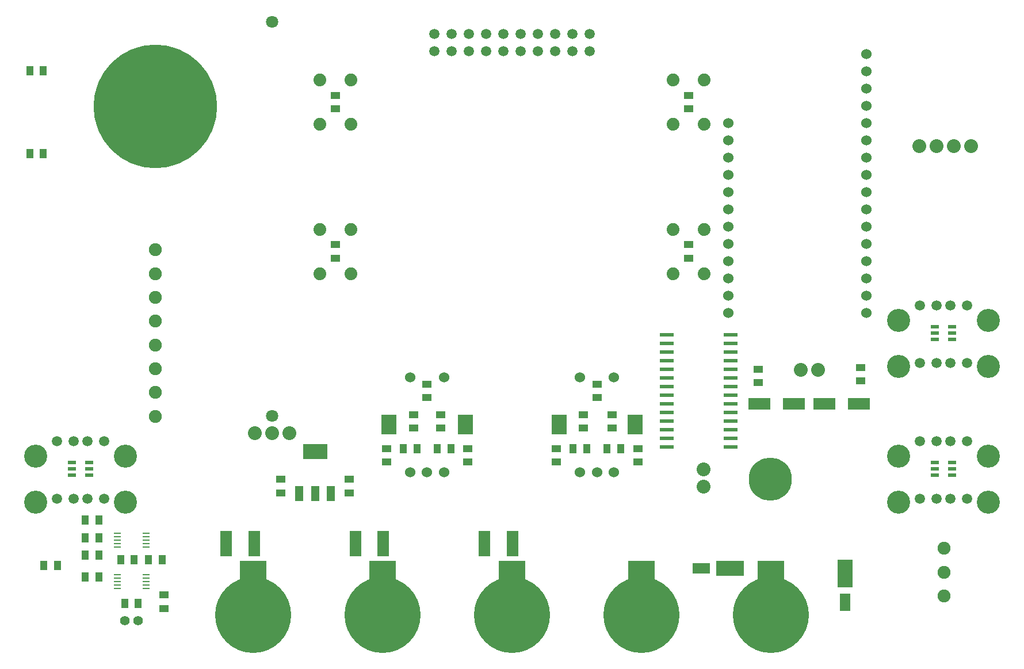
<source format=gbs>
G04 #@! TF.FileFunction,Soldermask,Bot*
%FSLAX46Y46*%
G04 Gerber Fmt 4.6, Leading zero omitted, Abs format (unit mm)*
G04 Created by KiCad (PCBNEW (2015-06-26 BZR 5832)-product) date Mittwoch, 17. August 2016 'u55' 19:55:04*
%MOMM*%
G01*
G04 APERTURE LIST*
%ADD10C,0.150000*%
%ADD11R,1.998980X0.599440*%
%ADD12R,1.399540X1.099820*%
%ADD13C,3.400000*%
%ADD14C,1.500000*%
%ADD15R,2.300000X2.900000*%
%ADD16C,1.524000*%
%ADD17R,1.800860X3.700780*%
%ADD18C,2.032000*%
%ADD19O,2.032000X2.032000*%
%ADD20C,1.900000*%
%ADD21C,1.422400*%
%ADD22C,1.800000*%
%ADD23R,1.099820X1.399540*%
%ADD24C,1.879600*%
%ADD25R,1.198880X0.548640*%
%ADD26R,1.219200X2.235200*%
%ADD27R,3.599180X2.199640*%
%ADD28R,0.998220X0.248920*%
%ADD29C,6.350000*%
%ADD30C,18.200000*%
%ADD31C,11.200000*%
%ADD32R,4.000000X4.000000*%
%ADD33R,2.500000X1.520000*%
%ADD34R,4.100000X2.200000*%
%ADD35R,1.520000X2.500000*%
%ADD36R,2.200000X4.100000*%
%ADD37R,3.299460X1.699260*%
G04 APERTURE END LIST*
D10*
D11*
X177199000Y-93745000D03*
X177199000Y-95015000D03*
X177199000Y-96285000D03*
X177199000Y-97555000D03*
X177199000Y-98825000D03*
X177199000Y-100095000D03*
X177199000Y-101365000D03*
X177199000Y-102635000D03*
X177199000Y-103905000D03*
X177199000Y-105175000D03*
X177199000Y-106445000D03*
X177199000Y-107715000D03*
X177199000Y-108985000D03*
X177199000Y-110255000D03*
X167801000Y-110255000D03*
X167801000Y-108985000D03*
X167801000Y-107715000D03*
X167801000Y-106445000D03*
X167801000Y-105175000D03*
X167801000Y-103905000D03*
X167801000Y-102635000D03*
X167801000Y-101365000D03*
X167801000Y-100095000D03*
X167801000Y-98825000D03*
X167801000Y-97555000D03*
X167801000Y-96285000D03*
X167801000Y-95015000D03*
X167801000Y-93745000D03*
D12*
X138500000Y-110501780D03*
X138500000Y-112498220D03*
X126500000Y-110501780D03*
X126500000Y-112498220D03*
D13*
X74930000Y-111600000D03*
X74930000Y-118400000D03*
X88070000Y-111600000D03*
X88070000Y-118400000D03*
D14*
X78000000Y-109420000D03*
X80500000Y-109420000D03*
X82500000Y-109420000D03*
X85000000Y-109420000D03*
X78000000Y-117920000D03*
X80500000Y-117920000D03*
X82500000Y-117920000D03*
X85000000Y-117920000D03*
D13*
X201930000Y-91600000D03*
X201930000Y-98400000D03*
X215070000Y-91600000D03*
X215070000Y-98400000D03*
D14*
X205000000Y-89420000D03*
X207500000Y-89420000D03*
X209500000Y-89420000D03*
X212000000Y-89420000D03*
X205000000Y-97920000D03*
X207500000Y-97920000D03*
X209500000Y-97920000D03*
X212000000Y-97920000D03*
D13*
X201930000Y-111600000D03*
X201930000Y-118400000D03*
X215070000Y-111600000D03*
X215070000Y-118400000D03*
D14*
X205000000Y-109420000D03*
X207500000Y-109420000D03*
X209500000Y-109420000D03*
X212000000Y-109420000D03*
X205000000Y-117920000D03*
X207500000Y-117920000D03*
X209500000Y-117920000D03*
X212000000Y-117920000D03*
D15*
X138100000Y-107000000D03*
D16*
X130000000Y-100000000D03*
X135000000Y-100000000D03*
X130000000Y-114000000D03*
X132500000Y-114000000D03*
X135000000Y-114000000D03*
D15*
X126900000Y-107000000D03*
X163100000Y-107000000D03*
D16*
X155000000Y-100000000D03*
X160000000Y-100000000D03*
X155000000Y-114000000D03*
X157500000Y-114000000D03*
X160000000Y-114000000D03*
D15*
X151900000Y-107000000D03*
D17*
X140950220Y-124500000D03*
X145049780Y-124500000D03*
X121950220Y-124500000D03*
X126049780Y-124500000D03*
X102950220Y-124500000D03*
X107049780Y-124500000D03*
D18*
X112268000Y-108204000D03*
X109728000Y-108204000D03*
X107188000Y-108204000D03*
X190070000Y-98900000D03*
D19*
X187530000Y-98900000D03*
D20*
X208581500Y-125180500D03*
X208581500Y-132180500D03*
X208581500Y-128680500D03*
X92500000Y-81250000D03*
X92500000Y-84750000D03*
X92500000Y-88250000D03*
X92500000Y-105750000D03*
X92500000Y-102250000D03*
X92500000Y-98750000D03*
X92500000Y-95250000D03*
X92500000Y-91750000D03*
D18*
X204924000Y-65990000D03*
D19*
X207464000Y-65990000D03*
D18*
X212544000Y-65990000D03*
D19*
X210004000Y-65990000D03*
D18*
X173228000Y-113538000D03*
D19*
X173228000Y-116078000D03*
D21*
X89998220Y-135800000D03*
X88001780Y-135800000D03*
D22*
X109728000Y-105708000D03*
X109728000Y-47708000D03*
D12*
X132500000Y-101001780D03*
X132500000Y-102998220D03*
D23*
X135998220Y-110500000D03*
X134001780Y-110500000D03*
X130998220Y-110500000D03*
X129001780Y-110500000D03*
D12*
X134500000Y-107498220D03*
X134500000Y-105501780D03*
X130500000Y-107498220D03*
X130500000Y-105501780D03*
D24*
X168739400Y-84751200D03*
X168739400Y-78248800D03*
X173260600Y-84751200D03*
X173260600Y-78248800D03*
X168739400Y-62751200D03*
X168739400Y-56248800D03*
X173260600Y-62751200D03*
X173260600Y-56248800D03*
X116739400Y-62751200D03*
X116739400Y-56248800D03*
X121260600Y-62751200D03*
X121260600Y-56248800D03*
X116739400Y-84751200D03*
X116739400Y-78248800D03*
X121260600Y-84751200D03*
X121260600Y-78248800D03*
D25*
X82797940Y-112550040D03*
X82797940Y-113500000D03*
X82797940Y-114449960D03*
X80202060Y-114449960D03*
X80202060Y-113500000D03*
X80202060Y-112550040D03*
X209797940Y-92550040D03*
X209797940Y-93500000D03*
X209797940Y-94449960D03*
X207202060Y-94449960D03*
X207202060Y-93500000D03*
X207202060Y-92550040D03*
X209797940Y-112550040D03*
X209797940Y-113500000D03*
X209797940Y-114449960D03*
X207202060Y-114449960D03*
X207202060Y-113500000D03*
X207202060Y-112550040D03*
D26*
X118311400Y-117098800D03*
X116000000Y-117098800D03*
X113688600Y-117098800D03*
D27*
X116000000Y-110901200D03*
D16*
X197160000Y-70230000D03*
X197160000Y-67690000D03*
X197160000Y-65150000D03*
X197160000Y-62610000D03*
X197160000Y-60070000D03*
X197160000Y-57530000D03*
X197160000Y-54990000D03*
X197160000Y-52450000D03*
X197160000Y-72770000D03*
X197160000Y-75310000D03*
X197160000Y-77850000D03*
X197160000Y-80390000D03*
X197160000Y-82930000D03*
X197160000Y-85470000D03*
X197160000Y-88010000D03*
X197160000Y-90550000D03*
X176840000Y-90550000D03*
X176840000Y-88010000D03*
X176840000Y-85470000D03*
X176840000Y-82930000D03*
X176840000Y-80390000D03*
X176840000Y-77850000D03*
X176840000Y-75310000D03*
X176840000Y-72770000D03*
X176840000Y-70230000D03*
X176840000Y-67690000D03*
X176840000Y-65150000D03*
X176840000Y-62610000D03*
D28*
X86889260Y-131098220D03*
X86889260Y-130597840D03*
X86889260Y-130100000D03*
X86889260Y-129602160D03*
X86889260Y-129101780D03*
X91110740Y-129101780D03*
X91110740Y-129602160D03*
X91110740Y-130100000D03*
X91110740Y-130597840D03*
X91110740Y-131098220D03*
X86889260Y-124998220D03*
X86889260Y-124497840D03*
X86889260Y-124000000D03*
X86889260Y-123502160D03*
X86889260Y-123001780D03*
X91110740Y-123001780D03*
X91110740Y-123502160D03*
X91110740Y-124000000D03*
X91110740Y-124497840D03*
X91110740Y-124998220D03*
D14*
X133570000Y-49500000D03*
X143730000Y-52040000D03*
X141190000Y-52040000D03*
X138650000Y-52040000D03*
X136110000Y-52040000D03*
X133570000Y-52040000D03*
X146270000Y-52040000D03*
X148810000Y-52040000D03*
X151350000Y-52040000D03*
X153890000Y-52040000D03*
X156430000Y-52040000D03*
X136110000Y-49500000D03*
X138650000Y-49500000D03*
X141190000Y-49500000D03*
X143730000Y-49500000D03*
X146270000Y-49500000D03*
X148810000Y-49500000D03*
X151350000Y-49500000D03*
X153890000Y-49500000D03*
X156430000Y-49500000D03*
D12*
X111000000Y-116998220D03*
X111000000Y-115001780D03*
X121000000Y-115001780D03*
X121000000Y-116998220D03*
D23*
X78098220Y-127700000D03*
X76101780Y-127700000D03*
X82201780Y-121000000D03*
X84198220Y-121000000D03*
X89998220Y-133300000D03*
X88001780Y-133300000D03*
X87401780Y-126900000D03*
X89398220Y-126900000D03*
X93498220Y-126900000D03*
X91501780Y-126900000D03*
D12*
X163500000Y-110501780D03*
X163500000Y-112498220D03*
X151500000Y-110501780D03*
X151500000Y-112498220D03*
D23*
X75998220Y-67100000D03*
X74001780Y-67100000D03*
X75998220Y-54900000D03*
X74001780Y-54900000D03*
X84198220Y-126200000D03*
X82201780Y-126200000D03*
X84198220Y-129400000D03*
X82201780Y-129400000D03*
X82201780Y-123600000D03*
X84198220Y-123600000D03*
D12*
X93750000Y-132051780D03*
X93750000Y-134048220D03*
X157500000Y-101001780D03*
X157500000Y-102998220D03*
X171000000Y-80501780D03*
X171000000Y-82498220D03*
X171000000Y-58501780D03*
X171000000Y-60498220D03*
X119000000Y-58501780D03*
X119000000Y-60498220D03*
X119000000Y-80501780D03*
X119000000Y-82498220D03*
D23*
X160998220Y-110500000D03*
X159001780Y-110500000D03*
X155998220Y-110500000D03*
X154001780Y-110500000D03*
D12*
X196342000Y-100566220D03*
X196342000Y-98569780D03*
X159750000Y-107498220D03*
X159750000Y-105501780D03*
X155500000Y-107498220D03*
X155500000Y-105501780D03*
D29*
X183000000Y-115000000D03*
D30*
X92500000Y-60100000D03*
D31*
X145000000Y-135000000D03*
D32*
X145000000Y-129000000D03*
D31*
X183100000Y-135000000D03*
D32*
X183100000Y-129000000D03*
D31*
X125950000Y-135000000D03*
D32*
X125950000Y-129000000D03*
D31*
X106900000Y-135000000D03*
D32*
X106900000Y-129000000D03*
D31*
X164050000Y-135000000D03*
D32*
X164050000Y-129000000D03*
D33*
X172836000Y-128143000D03*
D34*
X177056000Y-128143000D03*
D35*
X194056000Y-133107000D03*
D36*
X194056000Y-128887000D03*
D37*
X186440000Y-103900000D03*
X181360000Y-103900000D03*
X196040000Y-103900000D03*
X190960000Y-103900000D03*
D12*
X181200000Y-98801780D03*
X181200000Y-100798220D03*
M02*

</source>
